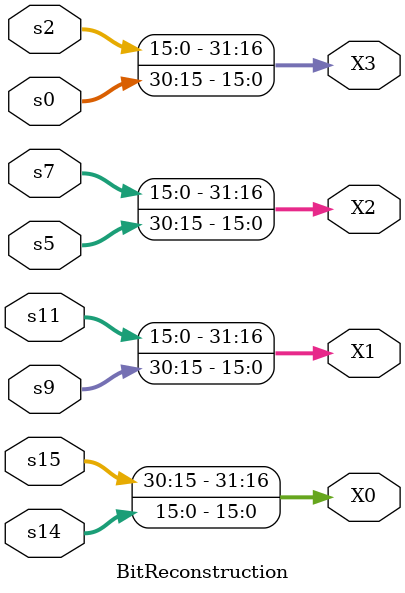
<source format=v>
`timescale 1ns / 1ps


module BitReconstruction(
        input [30:0] s15,
        input [30:0] s14,
        input [30:0] s11,
        input [30:0] s9,
        input [30:0] s7,
        input [30:0] s5,
        input [30:0] s2,
        input [30:0] s0,
        output [31:0] X0,
        output [31:0] X1,
        output [31:0] X2,
        output [31:0] X3
    );

    assign X0 ={s15[30:15],s14[15:0]};
    assign X1 ={s11[15:0],s9[30:15]};
    assign X2 ={s7[15:0],s5[30:15]};
    assign X3 ={s2[15:0],s0[30:15]};

endmodule

</source>
